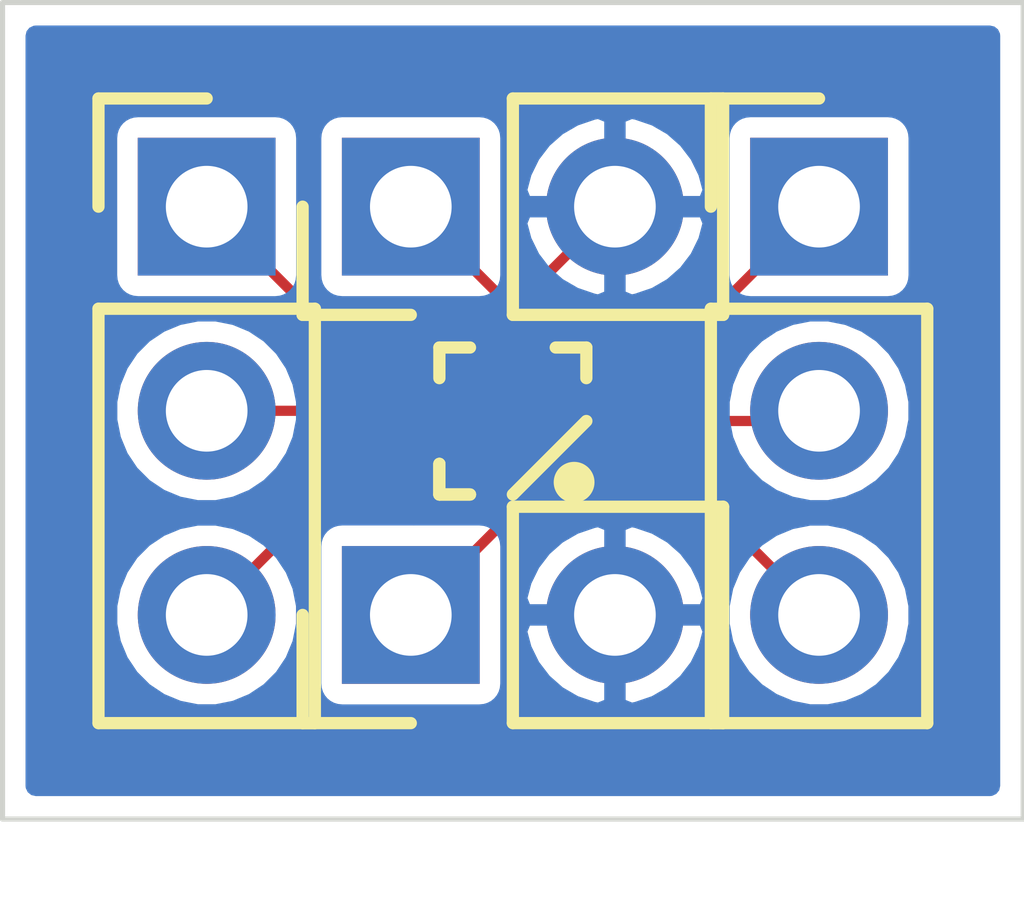
<source format=kicad_pcb>
(kicad_pcb (version 20171130) (host pcbnew 5.1.5+dfsg1-2build2)

  (general
    (thickness 1.6)
    (drawings 4)
    (tracks 32)
    (zones 0)
    (modules 6)
    (nets 10)
  )

  (page A4)
  (layers
    (0 F.Cu signal)
    (31 B.Cu signal)
    (32 B.Adhes user)
    (33 F.Adhes user)
    (34 B.Paste user)
    (35 F.Paste user)
    (36 B.SilkS user)
    (37 F.SilkS user)
    (38 B.Mask user)
    (39 F.Mask user)
    (40 Dwgs.User user)
    (41 Cmts.User user)
    (42 Eco1.User user)
    (43 Eco2.User user)
    (44 Edge.Cuts user)
    (45 Margin user)
    (46 B.CrtYd user)
    (47 F.CrtYd user)
    (48 B.Fab user)
    (49 F.Fab user)
  )

  (setup
    (last_trace_width 0.1)
    (user_trace_width 0.1)
    (user_trace_width 0.1)
    (trace_clearance 0.2)
    (zone_clearance 0.2)
    (zone_45_only no)
    (trace_min 0.1)
    (via_size 0.8)
    (via_drill 0.4)
    (via_min_size 0.4)
    (via_min_drill 0.3)
    (uvia_size 0.3)
    (uvia_drill 0.1)
    (uvias_allowed no)
    (uvia_min_size 0.2)
    (uvia_min_drill 0.1)
    (edge_width 0.05)
    (segment_width 0.2)
    (pcb_text_width 0.3)
    (pcb_text_size 1.5 1.5)
    (mod_edge_width 0.12)
    (mod_text_size 1 1)
    (mod_text_width 0.15)
    (pad_size 1.524 1.524)
    (pad_drill 0.762)
    (pad_to_mask_clearance 0.051)
    (solder_mask_min_width 0.25)
    (aux_axis_origin 168 78)
    (visible_elements FFFFFF7F)
    (pcbplotparams
      (layerselection 0x010f0_ffffffff)
      (usegerberextensions true)
      (usegerberattributes false)
      (usegerberadvancedattributes false)
      (creategerberjobfile false)
      (excludeedgelayer true)
      (linewidth 0.100000)
      (plotframeref false)
      (viasonmask false)
      (mode 1)
      (useauxorigin true)
      (hpglpennumber 1)
      (hpglpenspeed 20)
      (hpglpendiameter 15.000000)
      (psnegative false)
      (psa4output false)
      (plotreference true)
      (plotvalue true)
      (plotinvisibletext false)
      (padsonsilk false)
      (subtractmaskfromsilk true)
      (outputformat 1)
      (mirror false)
      (drillshape 0)
      (scaleselection 1)
      (outputdirectory "gerbers/"))
  )

  (net 0 "")
  (net 1 GND)
  (net 2 "Net-(J2-Pad3)")
  (net 3 "Net-(J2-Pad2)")
  (net 4 "Net-(J2-Pad1)")
  (net 5 "Net-(J4-Pad3)")
  (net 6 "Net-(J4-Pad2)")
  (net 7 "Net-(J4-Pad1)")
  (net 8 /VCC)
  (net 9 /SEL)

  (net_class Default "This is the default net class."
    (clearance 0.2)
    (trace_width 0.25)
    (via_dia 0.8)
    (via_drill 0.4)
    (uvia_dia 0.3)
    (uvia_drill 0.1)
    (add_net /SEL)
    (add_net /VCC)
    (add_net GND)
    (add_net "Net-(J2-Pad1)")
    (add_net "Net-(J2-Pad2)")
    (add_net "Net-(J2-Pad3)")
    (add_net "Net-(J4-Pad1)")
    (add_net "Net-(J4-Pad2)")
    (add_net "Net-(J4-Pad3)")
  )

  (module Capacitor_SMD:C_0402_1005Metric (layer F.Cu) (tedit 5B301BBE) (tstamp 5ED0F3A4)
    (at 161.5 82 270)
    (descr "Capacitor SMD 0402 (1005 Metric), square (rectangular) end terminal, IPC_7351 nominal, (Body size source: http://www.tortai-tech.com/upload/download/2011102023233369053.pdf), generated with kicad-footprint-generator")
    (tags capacitor)
    (path /5ED11AC7)
    (attr smd)
    (fp_text reference C1 (at 0 -1.17 90) (layer F.SilkS) hide
      (effects (font (size 1 1) (thickness 0.15)))
    )
    (fp_text value 100nF (at 0 1.17 90) (layer F.Fab)
      (effects (font (size 1 1) (thickness 0.15)))
    )
    (fp_text user %R (at 0 0 90) (layer F.Fab)
      (effects (font (size 0.25 0.25) (thickness 0.04)))
    )
    (fp_line (start 0.93 0.47) (end -0.93 0.47) (layer F.CrtYd) (width 0.05))
    (fp_line (start 0.93 -0.47) (end 0.93 0.47) (layer F.CrtYd) (width 0.05))
    (fp_line (start -0.93 -0.47) (end 0.93 -0.47) (layer F.CrtYd) (width 0.05))
    (fp_line (start -0.93 0.47) (end -0.93 -0.47) (layer F.CrtYd) (width 0.05))
    (fp_line (start 0.5 0.25) (end -0.5 0.25) (layer F.Fab) (width 0.1))
    (fp_line (start 0.5 -0.25) (end 0.5 0.25) (layer F.Fab) (width 0.1))
    (fp_line (start -0.5 -0.25) (end 0.5 -0.25) (layer F.Fab) (width 0.1))
    (fp_line (start -0.5 0.25) (end -0.5 -0.25) (layer F.Fab) (width 0.1))
    (pad 2 smd roundrect (at 0.485 0 270) (size 0.59 0.64) (layers F.Cu F.Paste F.Mask) (roundrect_rratio 0.25)
      (net 1 GND))
    (pad 1 smd roundrect (at -0.485 0 270) (size 0.59 0.64) (layers F.Cu F.Paste F.Mask) (roundrect_rratio 0.25)
      (net 8 /VCC))
    (model ${KISYS3DMOD}/Capacitor_SMD.3dshapes/C_0402_1005Metric.wrl
      (at (xyz 0 0 0))
      (scale (xyz 1 1 1))
      (rotate (xyz 0 0 0))
    )
  )

  (module max14689_breakout:BGA-9_3x3_1.2x1.2mm (layer F.Cu) (tedit 0) (tstamp 5ED0F420)
    (at 163 82.1 180)
    (path /5ED09ADE)
    (attr smd)
    (fp_text reference U1 (at 0 -1.6) (layer F.SilkS) hide
      (effects (font (size 1 1) (thickness 0.15)))
    )
    (fp_text value MAX14689 (at 0 1.6) (layer F.Fab)
      (effects (font (size 1 1) (thickness 0.15)))
    )
    (fp_line (start -0.85 0.85) (end -0.85 -0.85) (layer F.CrtYd) (width 0.05))
    (fp_line (start 0.85 0.85) (end -0.85 0.85) (layer F.CrtYd) (width 0.05))
    (fp_line (start 0.85 -0.85) (end 0.85 0.85) (layer F.CrtYd) (width 0.05))
    (fp_line (start -0.85 -0.85) (end 0.85 -0.85) (layer F.CrtYd) (width 0.05))
    (fp_circle (center -0.6 -0.6) (end -0.6 -0.5) (layer F.SilkS) (width 0.2))
    (fp_line (start 0 -0.72) (end -0.72 0) (layer F.SilkS) (width 0.12))
    (fp_line (start -0.72 0.72) (end -0.72 0.42) (layer F.SilkS) (width 0.12))
    (fp_line (start -0.42 0.72) (end -0.72 0.72) (layer F.SilkS) (width 0.12))
    (fp_line (start 0.72 -0.72) (end 0.72 -0.42) (layer F.SilkS) (width 0.12))
    (fp_line (start 0.42 -0.72) (end 0.72 -0.72) (layer F.SilkS) (width 0.12))
    (fp_line (start 0.72 0.72) (end 0.72 0.42) (layer F.SilkS) (width 0.12))
    (fp_line (start 0.42 0.72) (end 0.72 0.72) (layer F.SilkS) (width 0.12))
    (fp_line (start 0.72 -0.72) (end 0.72 -0.42) (layer F.SilkS) (width 0.12))
    (fp_line (start 0.42 -0.72) (end 0.72 -0.72) (layer F.SilkS) (width 0.12))
    (fp_line (start 0.72 -0.72) (end 0.72 -0.42) (layer F.SilkS) (width 0.12))
    (fp_line (start 0.42 -0.72) (end 0.72 -0.72) (layer F.SilkS) (width 0.12))
    (fp_line (start 0.6 -0.6) (end 0 -0.6) (layer F.Fab) (width 0.1))
    (fp_line (start 0.6 0.6) (end 0.6 -0.6) (layer F.Fab) (width 0.1))
    (fp_line (start -0.6 0.6) (end 0.6 0.6) (layer F.Fab) (width 0.1))
    (fp_line (start -0.6 0) (end -0.6 0.6) (layer F.Fab) (width 0.1))
    (fp_line (start 0 -0.6) (end -0.6 0) (layer F.Fab) (width 0.1))
    (pad C3 smd circle (at 0.4 0.4 180) (size 0.2 0.2) (layers F.Cu F.Paste F.Mask)
      (net 7 "Net-(J4-Pad1)"))
    (pad B3 smd circle (at 0.4 0 180) (size 0.2 0.2) (layers F.Cu F.Paste F.Mask)
      (net 6 "Net-(J4-Pad2)"))
    (pad A3 smd circle (at 0.4 -0.4 180) (size 0.2 0.2) (layers F.Cu F.Paste F.Mask)
      (net 5 "Net-(J4-Pad3)"))
    (pad C2 smd circle (at 0 0.4 180) (size 0.2 0.2) (layers F.Cu F.Paste F.Mask)
      (net 8 /VCC))
    (pad B2 smd circle (at 0 0 180) (size 0.2 0.2) (layers F.Cu F.Paste F.Mask)
      (net 1 GND))
    (pad A2 smd circle (at 0 -0.4 180) (size 0.2 0.2) (layers F.Cu F.Paste F.Mask)
      (net 9 /SEL))
    (pad C1 smd circle (at -0.4 0.4 180) (size 0.2 0.2) (layers F.Cu F.Paste F.Mask)
      (net 4 "Net-(J2-Pad1)"))
    (pad B1 smd circle (at -0.4 0 180) (size 0.2 0.2) (layers F.Cu F.Paste F.Mask)
      (net 3 "Net-(J2-Pad2)"))
    (pad A1 smd circle (at -0.4 -0.4 180) (size 0.2 0.2) (layers F.Cu F.Paste F.Mask)
      (net 2 "Net-(J2-Pad3)"))
  )

  (module Connector_PinHeader_2.00mm:PinHeader_1x03_P2.00mm_Vertical (layer F.Cu) (tedit 59FED667) (tstamp 5ED0F3FE)
    (at 160 80)
    (descr "Through hole straight pin header, 1x03, 2.00mm pitch, single row")
    (tags "Through hole pin header THT 1x03 2.00mm single row")
    (path /5ED0A179)
    (fp_text reference J4 (at 0 -2.06) (layer F.SilkS) hide
      (effects (font (size 1 1) (thickness 0.15)))
    )
    (fp_text value C2 (at 0 6.06) (layer F.Fab)
      (effects (font (size 1 1) (thickness 0.15)))
    )
    (fp_text user %R (at 0 2 90) (layer F.Fab)
      (effects (font (size 1 1) (thickness 0.15)))
    )
    (fp_line (start 1.5 -1.5) (end -1.5 -1.5) (layer F.CrtYd) (width 0.05))
    (fp_line (start 1.5 5.5) (end 1.5 -1.5) (layer F.CrtYd) (width 0.05))
    (fp_line (start -1.5 5.5) (end 1.5 5.5) (layer F.CrtYd) (width 0.05))
    (fp_line (start -1.5 -1.5) (end -1.5 5.5) (layer F.CrtYd) (width 0.05))
    (fp_line (start -1.06 -1.06) (end 0 -1.06) (layer F.SilkS) (width 0.12))
    (fp_line (start -1.06 0) (end -1.06 -1.06) (layer F.SilkS) (width 0.12))
    (fp_line (start -1.06 1) (end 1.06 1) (layer F.SilkS) (width 0.12))
    (fp_line (start 1.06 1) (end 1.06 5.06) (layer F.SilkS) (width 0.12))
    (fp_line (start -1.06 1) (end -1.06 5.06) (layer F.SilkS) (width 0.12))
    (fp_line (start -1.06 5.06) (end 1.06 5.06) (layer F.SilkS) (width 0.12))
    (fp_line (start -1 -0.5) (end -0.5 -1) (layer F.Fab) (width 0.1))
    (fp_line (start -1 5) (end -1 -0.5) (layer F.Fab) (width 0.1))
    (fp_line (start 1 5) (end -1 5) (layer F.Fab) (width 0.1))
    (fp_line (start 1 -1) (end 1 5) (layer F.Fab) (width 0.1))
    (fp_line (start -0.5 -1) (end 1 -1) (layer F.Fab) (width 0.1))
    (pad 3 thru_hole oval (at 0 4) (size 1.35 1.35) (drill 0.8) (layers *.Cu *.Mask)
      (net 5 "Net-(J4-Pad3)"))
    (pad 2 thru_hole oval (at 0 2) (size 1.35 1.35) (drill 0.8) (layers *.Cu *.Mask)
      (net 6 "Net-(J4-Pad2)"))
    (pad 1 thru_hole rect (at 0 0) (size 1.35 1.35) (drill 0.8) (layers *.Cu *.Mask)
      (net 7 "Net-(J4-Pad1)"))
    (model ${KISYS3DMOD}/Connector_PinHeader_2.00mm.3dshapes/PinHeader_1x03_P2.00mm_Vertical.wrl
      (at (xyz 0 0 0))
      (scale (xyz 1 1 1))
      (rotate (xyz 0 0 0))
    )
  )

  (module Connector_PinHeader_2.00mm:PinHeader_1x02_P2.00mm_Vertical (layer F.Cu) (tedit 59FED667) (tstamp 5ED0F3E7)
    (at 162 84 90)
    (descr "Through hole straight pin header, 1x02, 2.00mm pitch, single row")
    (tags "Through hole pin header THT 1x02 2.00mm single row")
    (path /5ED0D4D1)
    (fp_text reference J3 (at 0 -2.06 90) (layer F.SilkS) hide
      (effects (font (size 1 1) (thickness 0.15)))
    )
    (fp_text value SEL (at 0 4.06 90) (layer F.Fab)
      (effects (font (size 1 1) (thickness 0.15)))
    )
    (fp_text user %R (at 0 1) (layer F.Fab)
      (effects (font (size 1 1) (thickness 0.15)))
    )
    (fp_line (start 1.5 -1.5) (end -1.5 -1.5) (layer F.CrtYd) (width 0.05))
    (fp_line (start 1.5 3.5) (end 1.5 -1.5) (layer F.CrtYd) (width 0.05))
    (fp_line (start -1.5 3.5) (end 1.5 3.5) (layer F.CrtYd) (width 0.05))
    (fp_line (start -1.5 -1.5) (end -1.5 3.5) (layer F.CrtYd) (width 0.05))
    (fp_line (start -1.06 -1.06) (end 0 -1.06) (layer F.SilkS) (width 0.12))
    (fp_line (start -1.06 0) (end -1.06 -1.06) (layer F.SilkS) (width 0.12))
    (fp_line (start -1.06 1) (end 1.06 1) (layer F.SilkS) (width 0.12))
    (fp_line (start 1.06 1) (end 1.06 3.06) (layer F.SilkS) (width 0.12))
    (fp_line (start -1.06 1) (end -1.06 3.06) (layer F.SilkS) (width 0.12))
    (fp_line (start -1.06 3.06) (end 1.06 3.06) (layer F.SilkS) (width 0.12))
    (fp_line (start -1 -0.5) (end -0.5 -1) (layer F.Fab) (width 0.1))
    (fp_line (start -1 3) (end -1 -0.5) (layer F.Fab) (width 0.1))
    (fp_line (start 1 3) (end -1 3) (layer F.Fab) (width 0.1))
    (fp_line (start 1 -1) (end 1 3) (layer F.Fab) (width 0.1))
    (fp_line (start -0.5 -1) (end 1 -1) (layer F.Fab) (width 0.1))
    (pad 2 thru_hole oval (at 0 2 90) (size 1.35 1.35) (drill 0.8) (layers *.Cu *.Mask)
      (net 1 GND))
    (pad 1 thru_hole rect (at 0 0 90) (size 1.35 1.35) (drill 0.8) (layers *.Cu *.Mask)
      (net 9 /SEL))
    (model ${KISYS3DMOD}/Connector_PinHeader_2.00mm.3dshapes/PinHeader_1x02_P2.00mm_Vertical.wrl
      (at (xyz 0 0 0))
      (scale (xyz 1 1 1))
      (rotate (xyz 0 0 0))
    )
  )

  (module Connector_PinHeader_2.00mm:PinHeader_1x03_P2.00mm_Vertical (layer F.Cu) (tedit 59FED667) (tstamp 5ED0F3D1)
    (at 166 80)
    (descr "Through hole straight pin header, 1x03, 2.00mm pitch, single row")
    (tags "Through hole pin header THT 1x03 2.00mm single row")
    (path /5ED0B9B8)
    (fp_text reference J2 (at 0 -2.06) (layer F.SilkS) hide
      (effects (font (size 1 1) (thickness 0.15)))
    )
    (fp_text value C1 (at 0 6.06) (layer F.Fab)
      (effects (font (size 1 1) (thickness 0.15)))
    )
    (fp_text user %R (at 0 2 90) (layer F.Fab)
      (effects (font (size 1 1) (thickness 0.15)))
    )
    (fp_line (start 1.5 -1.5) (end -1.5 -1.5) (layer F.CrtYd) (width 0.05))
    (fp_line (start 1.5 5.5) (end 1.5 -1.5) (layer F.CrtYd) (width 0.05))
    (fp_line (start -1.5 5.5) (end 1.5 5.5) (layer F.CrtYd) (width 0.05))
    (fp_line (start -1.5 -1.5) (end -1.5 5.5) (layer F.CrtYd) (width 0.05))
    (fp_line (start -1.06 -1.06) (end 0 -1.06) (layer F.SilkS) (width 0.12))
    (fp_line (start -1.06 0) (end -1.06 -1.06) (layer F.SilkS) (width 0.12))
    (fp_line (start -1.06 1) (end 1.06 1) (layer F.SilkS) (width 0.12))
    (fp_line (start 1.06 1) (end 1.06 5.06) (layer F.SilkS) (width 0.12))
    (fp_line (start -1.06 1) (end -1.06 5.06) (layer F.SilkS) (width 0.12))
    (fp_line (start -1.06 5.06) (end 1.06 5.06) (layer F.SilkS) (width 0.12))
    (fp_line (start -1 -0.5) (end -0.5 -1) (layer F.Fab) (width 0.1))
    (fp_line (start -1 5) (end -1 -0.5) (layer F.Fab) (width 0.1))
    (fp_line (start 1 5) (end -1 5) (layer F.Fab) (width 0.1))
    (fp_line (start 1 -1) (end 1 5) (layer F.Fab) (width 0.1))
    (fp_line (start -0.5 -1) (end 1 -1) (layer F.Fab) (width 0.1))
    (pad 3 thru_hole oval (at 0 4) (size 1.35 1.35) (drill 0.8) (layers *.Cu *.Mask)
      (net 2 "Net-(J2-Pad3)"))
    (pad 2 thru_hole oval (at 0 2) (size 1.35 1.35) (drill 0.8) (layers *.Cu *.Mask)
      (net 3 "Net-(J2-Pad2)"))
    (pad 1 thru_hole rect (at 0 0) (size 1.35 1.35) (drill 0.8) (layers *.Cu *.Mask)
      (net 4 "Net-(J2-Pad1)"))
    (model ${KISYS3DMOD}/Connector_PinHeader_2.00mm.3dshapes/PinHeader_1x03_P2.00mm_Vertical.wrl
      (at (xyz 0 0 0))
      (scale (xyz 1 1 1))
      (rotate (xyz 0 0 0))
    )
  )

  (module Connector_PinHeader_2.00mm:PinHeader_1x02_P2.00mm_Vertical (layer F.Cu) (tedit 59FED667) (tstamp 5ED0F873)
    (at 162 80 90)
    (descr "Through hole straight pin header, 1x02, 2.00mm pitch, single row")
    (tags "Through hole pin header THT 1x02 2.00mm single row")
    (path /5ED0DCCC)
    (fp_text reference J1 (at 0 -2.06 90) (layer F.SilkS) hide
      (effects (font (size 1 1) (thickness 0.15)))
    )
    (fp_text value VCC (at 0 4.06 90) (layer F.Fab)
      (effects (font (size 1 1) (thickness 0.15)))
    )
    (fp_text user %R (at 0 1) (layer F.Fab)
      (effects (font (size 1 1) (thickness 0.15)))
    )
    (fp_line (start 1.5 -1.5) (end -1.5 -1.5) (layer F.CrtYd) (width 0.05))
    (fp_line (start 1.5 3.5) (end 1.5 -1.5) (layer F.CrtYd) (width 0.05))
    (fp_line (start -1.5 3.5) (end 1.5 3.5) (layer F.CrtYd) (width 0.05))
    (fp_line (start -1.5 -1.5) (end -1.5 3.5) (layer F.CrtYd) (width 0.05))
    (fp_line (start -1.06 -1.06) (end 0 -1.06) (layer F.SilkS) (width 0.12))
    (fp_line (start -1.06 0) (end -1.06 -1.06) (layer F.SilkS) (width 0.12))
    (fp_line (start -1.06 1) (end 1.06 1) (layer F.SilkS) (width 0.12))
    (fp_line (start 1.06 1) (end 1.06 3.06) (layer F.SilkS) (width 0.12))
    (fp_line (start -1.06 1) (end -1.06 3.06) (layer F.SilkS) (width 0.12))
    (fp_line (start -1.06 3.06) (end 1.06 3.06) (layer F.SilkS) (width 0.12))
    (fp_line (start -1 -0.5) (end -0.5 -1) (layer F.Fab) (width 0.1))
    (fp_line (start -1 3) (end -1 -0.5) (layer F.Fab) (width 0.1))
    (fp_line (start 1 3) (end -1 3) (layer F.Fab) (width 0.1))
    (fp_line (start 1 -1) (end 1 3) (layer F.Fab) (width 0.1))
    (fp_line (start -0.5 -1) (end 1 -1) (layer F.Fab) (width 0.1))
    (pad 2 thru_hole oval (at 0 2 90) (size 1.35 1.35) (drill 0.8) (layers *.Cu *.Mask)
      (net 1 GND))
    (pad 1 thru_hole rect (at 0 0 90) (size 1.35 1.35) (drill 0.8) (layers *.Cu *.Mask)
      (net 8 /VCC))
    (model ${KISYS3DMOD}/Connector_PinHeader_2.00mm.3dshapes/PinHeader_1x02_P2.00mm_Vertical.wrl
      (at (xyz 0 0 0))
      (scale (xyz 1 1 1))
      (rotate (xyz 0 0 0))
    )
  )

  (gr_line (start 158 86) (end 158 78) (layer Edge.Cuts) (width 0.05) (tstamp 5ED10113))
  (gr_line (start 168 86) (end 158 86) (layer Edge.Cuts) (width 0.05))
  (gr_line (start 168 78) (end 168 86) (layer Edge.Cuts) (width 0.05))
  (gr_line (start 158 78) (end 168 78) (layer Edge.Cuts) (width 0.05))

  (segment (start 161.5 81.515) (end 161.835 81.515) (width 0.1) (layer F.Cu) (net 8))
  (segment (start 161.835 81.515) (end 162.22 81.9) (width 0.1) (layer F.Cu) (net 8))
  (segment (start 162.22 81.9) (end 162.8 81.9) (width 0.1) (layer F.Cu) (net 8))
  (segment (start 164.5 82.5) (end 166 84) (width 0.1) (layer F.Cu) (net 2))
  (segment (start 163.4 82.5) (end 164.5 82.5) (width 0.1) (layer F.Cu) (net 2))
  (segment (start 165.9 82.1) (end 166 82) (width 0.1) (layer F.Cu) (net 3))
  (segment (start 163.4 82.1) (end 165.9 82.1) (width 0.1) (layer F.Cu) (net 3))
  (segment (start 164.3 81.7) (end 166 80) (width 0.1) (layer F.Cu) (net 4))
  (segment (start 163.4 81.7) (end 164.3 81.7) (width 0.1) (layer F.Cu) (net 4))
  (segment (start 160 84) (end 160.93 83.07) (width 0.1) (layer F.Cu) (net 5))
  (segment (start 162.03 83.07) (end 162.6 82.5) (width 0.1) (layer F.Cu) (net 5))
  (segment (start 160.93 83.07) (end 162.03 83.07) (width 0.1) (layer F.Cu) (net 5))
  (segment (start 162.05 82.1) (end 162.6 82.1) (width 0.1) (layer F.Cu) (net 6))
  (segment (start 161.95 82) (end 162.05 82.1) (width 0.1) (layer F.Cu) (net 6))
  (segment (start 160 82) (end 161.95 82) (width 0.1) (layer F.Cu) (net 6))
  (segment (start 160 80) (end 160.96 80.96) (width 0.1) (layer F.Cu) (net 7))
  (segment (start 161.86 80.96) (end 162.6 81.7) (width 0.1) (layer F.Cu) (net 7))
  (segment (start 160.96 80.96) (end 161.86 80.96) (width 0.1) (layer F.Cu) (net 7))
  (segment (start 162.235 82.485) (end 161.5 82.485) (width 0.1) (layer F.Cu) (net 1))
  (segment (start 162.42 82.3) (end 162.235 82.485) (width 0.1) (layer F.Cu) (net 1))
  (segment (start 162.8 82.3) (end 162.42 82.3) (width 0.1) (layer F.Cu) (net 1))
  (segment (start 162.8 82.3) (end 163 82.1) (width 0.1) (layer F.Cu) (net 1))
  (segment (start 163 82.1) (end 163.2 81.9) (width 0.1) (layer F.Cu) (net 1))
  (segment (start 163.2 80.8) (end 164 80) (width 0.1) (layer F.Cu) (net 1))
  (segment (start 163.2 81.9) (end 163.2 80.8) (width 0.1) (layer F.Cu) (net 1))
  (segment (start 162 84) (end 162.85 83.15) (width 0.1) (layer F.Cu) (net 9))
  (segment (start 162.85 83.15) (end 162.85 82.76) (width 0.1) (layer F.Cu) (net 9))
  (segment (start 163 82.61) (end 163 82.5) (width 0.1) (layer F.Cu) (net 9))
  (segment (start 162.85 82.76) (end 163 82.61) (width 0.1) (layer F.Cu) (net 9))
  (segment (start 163 81) (end 162 80) (width 0.1) (layer F.Cu) (net 8))
  (segment (start 163 81.7) (end 163 81) (width 0.1) (layer F.Cu) (net 8))
  (segment (start 162.8 81.9) (end 163 81.7) (width 0.1) (layer F.Cu) (net 8))

  (zone (net 1) (net_name GND) (layer B.Cu) (tstamp 5ED103BD) (hatch edge 0.508)
    (connect_pads (clearance 0.2))
    (min_thickness 0.2)
    (fill yes (arc_segments 32) (thermal_gap 0.2) (thermal_bridge_width 0.21))
    (polygon
      (pts
        (xy 168 86) (xy 158 86) (xy 158 78) (xy 168 78)
      )
    )
    (filled_polygon
      (pts
        (xy 167.675001 85.675) (xy 158.325 85.675) (xy 158.325 83.903971) (xy 159.025 83.903971) (xy 159.025 84.096029)
        (xy 159.062468 84.284397) (xy 159.135966 84.461836) (xy 159.242668 84.621527) (xy 159.378473 84.757332) (xy 159.538164 84.864034)
        (xy 159.715603 84.937532) (xy 159.903971 84.975) (xy 160.096029 84.975) (xy 160.284397 84.937532) (xy 160.461836 84.864034)
        (xy 160.621527 84.757332) (xy 160.757332 84.621527) (xy 160.864034 84.461836) (xy 160.937532 84.284397) (xy 160.975 84.096029)
        (xy 160.975 83.903971) (xy 160.937532 83.715603) (xy 160.864034 83.538164) (xy 160.757332 83.378473) (xy 160.703859 83.325)
        (xy 161.023549 83.325) (xy 161.023549 84.675) (xy 161.029341 84.73381) (xy 161.046496 84.79036) (xy 161.074353 84.842477)
        (xy 161.111842 84.888158) (xy 161.157523 84.925647) (xy 161.20964 84.953504) (xy 161.26619 84.970659) (xy 161.325 84.976451)
        (xy 162.675 84.976451) (xy 162.73381 84.970659) (xy 162.79036 84.953504) (xy 162.842477 84.925647) (xy 162.888158 84.888158)
        (xy 162.925647 84.842477) (xy 162.953504 84.79036) (xy 162.970659 84.73381) (xy 162.976451 84.675) (xy 162.976451 84.15746)
        (xy 163.037799 84.15746) (xy 163.087006 84.342151) (xy 163.171299 84.513693) (xy 163.287439 84.665494) (xy 163.430962 84.79172)
        (xy 163.596353 84.887521) (xy 163.777256 84.949215) (xy 163.84254 84.962201) (xy 163.995 84.899986) (xy 163.995 84.005)
        (xy 164.005 84.005) (xy 164.005 84.899986) (xy 164.15746 84.962201) (xy 164.222744 84.949215) (xy 164.403647 84.887521)
        (xy 164.569038 84.79172) (xy 164.712561 84.665494) (xy 164.828701 84.513693) (xy 164.912994 84.342151) (xy 164.962201 84.15746)
        (xy 164.899987 84.005) (xy 164.005 84.005) (xy 163.995 84.005) (xy 163.100013 84.005) (xy 163.037799 84.15746)
        (xy 162.976451 84.15746) (xy 162.976451 83.84254) (xy 163.037799 83.84254) (xy 163.100013 83.995) (xy 163.995 83.995)
        (xy 163.995 83.100014) (xy 164.005 83.100014) (xy 164.005 83.995) (xy 164.899987 83.995) (xy 164.937132 83.903971)
        (xy 165.025 83.903971) (xy 165.025 84.096029) (xy 165.062468 84.284397) (xy 165.135966 84.461836) (xy 165.242668 84.621527)
        (xy 165.378473 84.757332) (xy 165.538164 84.864034) (xy 165.715603 84.937532) (xy 165.903971 84.975) (xy 166.096029 84.975)
        (xy 166.284397 84.937532) (xy 166.461836 84.864034) (xy 166.621527 84.757332) (xy 166.757332 84.621527) (xy 166.864034 84.461836)
        (xy 166.937532 84.284397) (xy 166.975 84.096029) (xy 166.975 83.903971) (xy 166.937532 83.715603) (xy 166.864034 83.538164)
        (xy 166.757332 83.378473) (xy 166.621527 83.242668) (xy 166.461836 83.135966) (xy 166.284397 83.062468) (xy 166.096029 83.025)
        (xy 165.903971 83.025) (xy 165.715603 83.062468) (xy 165.538164 83.135966) (xy 165.378473 83.242668) (xy 165.242668 83.378473)
        (xy 165.135966 83.538164) (xy 165.062468 83.715603) (xy 165.025 83.903971) (xy 164.937132 83.903971) (xy 164.962201 83.84254)
        (xy 164.912994 83.657849) (xy 164.828701 83.486307) (xy 164.712561 83.334506) (xy 164.569038 83.20828) (xy 164.403647 83.112479)
        (xy 164.222744 83.050785) (xy 164.15746 83.037799) (xy 164.005 83.100014) (xy 163.995 83.100014) (xy 163.84254 83.037799)
        (xy 163.777256 83.050785) (xy 163.596353 83.112479) (xy 163.430962 83.20828) (xy 163.287439 83.334506) (xy 163.171299 83.486307)
        (xy 163.087006 83.657849) (xy 163.037799 83.84254) (xy 162.976451 83.84254) (xy 162.976451 83.325) (xy 162.970659 83.26619)
        (xy 162.953504 83.20964) (xy 162.925647 83.157523) (xy 162.888158 83.111842) (xy 162.842477 83.074353) (xy 162.79036 83.046496)
        (xy 162.73381 83.029341) (xy 162.675 83.023549) (xy 161.325 83.023549) (xy 161.26619 83.029341) (xy 161.20964 83.046496)
        (xy 161.157523 83.074353) (xy 161.111842 83.111842) (xy 161.074353 83.157523) (xy 161.046496 83.20964) (xy 161.029341 83.26619)
        (xy 161.023549 83.325) (xy 160.703859 83.325) (xy 160.621527 83.242668) (xy 160.461836 83.135966) (xy 160.284397 83.062468)
        (xy 160.096029 83.025) (xy 159.903971 83.025) (xy 159.715603 83.062468) (xy 159.538164 83.135966) (xy 159.378473 83.242668)
        (xy 159.242668 83.378473) (xy 159.135966 83.538164) (xy 159.062468 83.715603) (xy 159.025 83.903971) (xy 158.325 83.903971)
        (xy 158.325 81.903971) (xy 159.025 81.903971) (xy 159.025 82.096029) (xy 159.062468 82.284397) (xy 159.135966 82.461836)
        (xy 159.242668 82.621527) (xy 159.378473 82.757332) (xy 159.538164 82.864034) (xy 159.715603 82.937532) (xy 159.903971 82.975)
        (xy 160.096029 82.975) (xy 160.284397 82.937532) (xy 160.461836 82.864034) (xy 160.621527 82.757332) (xy 160.757332 82.621527)
        (xy 160.864034 82.461836) (xy 160.937532 82.284397) (xy 160.975 82.096029) (xy 160.975 81.903971) (xy 165.025 81.903971)
        (xy 165.025 82.096029) (xy 165.062468 82.284397) (xy 165.135966 82.461836) (xy 165.242668 82.621527) (xy 165.378473 82.757332)
        (xy 165.538164 82.864034) (xy 165.715603 82.937532) (xy 165.903971 82.975) (xy 166.096029 82.975) (xy 166.284397 82.937532)
        (xy 166.461836 82.864034) (xy 166.621527 82.757332) (xy 166.757332 82.621527) (xy 166.864034 82.461836) (xy 166.937532 82.284397)
        (xy 166.975 82.096029) (xy 166.975 81.903971) (xy 166.937532 81.715603) (xy 166.864034 81.538164) (xy 166.757332 81.378473)
        (xy 166.621527 81.242668) (xy 166.461836 81.135966) (xy 166.284397 81.062468) (xy 166.096029 81.025) (xy 165.903971 81.025)
        (xy 165.715603 81.062468) (xy 165.538164 81.135966) (xy 165.378473 81.242668) (xy 165.242668 81.378473) (xy 165.135966 81.538164)
        (xy 165.062468 81.715603) (xy 165.025 81.903971) (xy 160.975 81.903971) (xy 160.937532 81.715603) (xy 160.864034 81.538164)
        (xy 160.757332 81.378473) (xy 160.621527 81.242668) (xy 160.461836 81.135966) (xy 160.284397 81.062468) (xy 160.096029 81.025)
        (xy 159.903971 81.025) (xy 159.715603 81.062468) (xy 159.538164 81.135966) (xy 159.378473 81.242668) (xy 159.242668 81.378473)
        (xy 159.135966 81.538164) (xy 159.062468 81.715603) (xy 159.025 81.903971) (xy 158.325 81.903971) (xy 158.325 79.325)
        (xy 159.023549 79.325) (xy 159.023549 80.675) (xy 159.029341 80.73381) (xy 159.046496 80.79036) (xy 159.074353 80.842477)
        (xy 159.111842 80.888158) (xy 159.157523 80.925647) (xy 159.20964 80.953504) (xy 159.26619 80.970659) (xy 159.325 80.976451)
        (xy 160.675 80.976451) (xy 160.73381 80.970659) (xy 160.79036 80.953504) (xy 160.842477 80.925647) (xy 160.888158 80.888158)
        (xy 160.925647 80.842477) (xy 160.953504 80.79036) (xy 160.970659 80.73381) (xy 160.976451 80.675) (xy 160.976451 79.325)
        (xy 161.023549 79.325) (xy 161.023549 80.675) (xy 161.029341 80.73381) (xy 161.046496 80.79036) (xy 161.074353 80.842477)
        (xy 161.111842 80.888158) (xy 161.157523 80.925647) (xy 161.20964 80.953504) (xy 161.26619 80.970659) (xy 161.325 80.976451)
        (xy 162.675 80.976451) (xy 162.73381 80.970659) (xy 162.79036 80.953504) (xy 162.842477 80.925647) (xy 162.888158 80.888158)
        (xy 162.925647 80.842477) (xy 162.953504 80.79036) (xy 162.970659 80.73381) (xy 162.976451 80.675) (xy 162.976451 80.15746)
        (xy 163.037799 80.15746) (xy 163.087006 80.342151) (xy 163.171299 80.513693) (xy 163.287439 80.665494) (xy 163.430962 80.79172)
        (xy 163.596353 80.887521) (xy 163.777256 80.949215) (xy 163.84254 80.962201) (xy 163.995 80.899986) (xy 163.995 80.005)
        (xy 164.005 80.005) (xy 164.005 80.899986) (xy 164.15746 80.962201) (xy 164.222744 80.949215) (xy 164.403647 80.887521)
        (xy 164.569038 80.79172) (xy 164.712561 80.665494) (xy 164.828701 80.513693) (xy 164.912994 80.342151) (xy 164.962201 80.15746)
        (xy 164.899987 80.005) (xy 164.005 80.005) (xy 163.995 80.005) (xy 163.100013 80.005) (xy 163.037799 80.15746)
        (xy 162.976451 80.15746) (xy 162.976451 79.84254) (xy 163.037799 79.84254) (xy 163.100013 79.995) (xy 163.995 79.995)
        (xy 163.995 79.100014) (xy 164.005 79.100014) (xy 164.005 79.995) (xy 164.899987 79.995) (xy 164.962201 79.84254)
        (xy 164.912994 79.657849) (xy 164.828701 79.486307) (xy 164.712561 79.334506) (xy 164.701753 79.325) (xy 165.023549 79.325)
        (xy 165.023549 80.675) (xy 165.029341 80.73381) (xy 165.046496 80.79036) (xy 165.074353 80.842477) (xy 165.111842 80.888158)
        (xy 165.157523 80.925647) (xy 165.20964 80.953504) (xy 165.26619 80.970659) (xy 165.325 80.976451) (xy 166.675 80.976451)
        (xy 166.73381 80.970659) (xy 166.79036 80.953504) (xy 166.842477 80.925647) (xy 166.888158 80.888158) (xy 166.925647 80.842477)
        (xy 166.953504 80.79036) (xy 166.970659 80.73381) (xy 166.976451 80.675) (xy 166.976451 79.325) (xy 166.970659 79.26619)
        (xy 166.953504 79.20964) (xy 166.925647 79.157523) (xy 166.888158 79.111842) (xy 166.842477 79.074353) (xy 166.79036 79.046496)
        (xy 166.73381 79.029341) (xy 166.675 79.023549) (xy 165.325 79.023549) (xy 165.26619 79.029341) (xy 165.20964 79.046496)
        (xy 165.157523 79.074353) (xy 165.111842 79.111842) (xy 165.074353 79.157523) (xy 165.046496 79.20964) (xy 165.029341 79.26619)
        (xy 165.023549 79.325) (xy 164.701753 79.325) (xy 164.569038 79.20828) (xy 164.403647 79.112479) (xy 164.222744 79.050785)
        (xy 164.15746 79.037799) (xy 164.005 79.100014) (xy 163.995 79.100014) (xy 163.84254 79.037799) (xy 163.777256 79.050785)
        (xy 163.596353 79.112479) (xy 163.430962 79.20828) (xy 163.287439 79.334506) (xy 163.171299 79.486307) (xy 163.087006 79.657849)
        (xy 163.037799 79.84254) (xy 162.976451 79.84254) (xy 162.976451 79.325) (xy 162.970659 79.26619) (xy 162.953504 79.20964)
        (xy 162.925647 79.157523) (xy 162.888158 79.111842) (xy 162.842477 79.074353) (xy 162.79036 79.046496) (xy 162.73381 79.029341)
        (xy 162.675 79.023549) (xy 161.325 79.023549) (xy 161.26619 79.029341) (xy 161.20964 79.046496) (xy 161.157523 79.074353)
        (xy 161.111842 79.111842) (xy 161.074353 79.157523) (xy 161.046496 79.20964) (xy 161.029341 79.26619) (xy 161.023549 79.325)
        (xy 160.976451 79.325) (xy 160.970659 79.26619) (xy 160.953504 79.20964) (xy 160.925647 79.157523) (xy 160.888158 79.111842)
        (xy 160.842477 79.074353) (xy 160.79036 79.046496) (xy 160.73381 79.029341) (xy 160.675 79.023549) (xy 159.325 79.023549)
        (xy 159.26619 79.029341) (xy 159.20964 79.046496) (xy 159.157523 79.074353) (xy 159.111842 79.111842) (xy 159.074353 79.157523)
        (xy 159.046496 79.20964) (xy 159.029341 79.26619) (xy 159.023549 79.325) (xy 158.325 79.325) (xy 158.325 78.325)
        (xy 167.675 78.325)
      )
    )
  )
)

</source>
